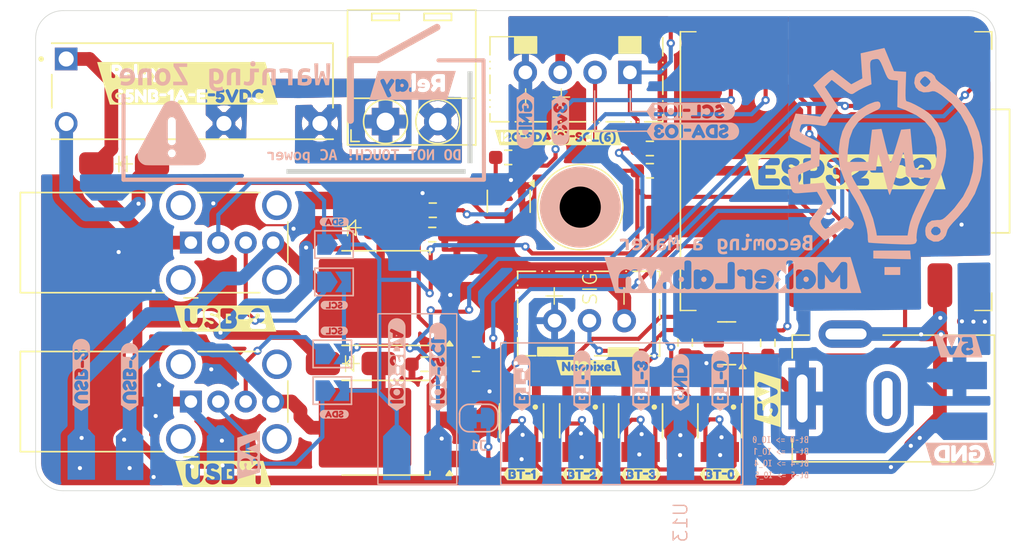
<source format=kicad_pcb>
(kicad_pcb (version 20240108) (generator "pcbnew") (generator_version "8.0")
  (layers (0 "F.Cu" signal) (31 "B.Cu" signal) (34 "B.Paste" user) (35 "F.Paste" user) (36 "B.SilkS" user "B.Silkscreen") (37 "F.SilkS" user "F.Silkscreen") (38 "B.Mask" user) (39 "F.Mask" user) (44 "Edge.Cuts" user))
  (net 0 "")
  (net 3 "GND")
  (net 4 "GPIO_10_Neopixel")
  (net 5 "GPIO_4")
  (net 6 "GPIO_21")
  (net 7 "GPIO_1")
  (net 8 "GPIO_0")
  (net 9 "GPIO_2")
  (net 10 "GPIO_20")
  (net 11 "Net-(J1-D-)")
  (net 12 "Net-(J1-D+)")
  (net 13 "Net-(D1-A)")
  (net 14 "Net-(D2-A)")
  (net 15 "Net-(D3-A)")
  (net 16 "Net-(J2-D+)")
  (net 17 "Net-(J2-D-)")
  (net 18 "GPIO_7")
  (net 19 "Net-(Q1-G)")
  (net 20 "Net-(Q2-G)")
  (net 21 "Net-(Q4-B)")
  (net 22 "3v3_Esp")
  (net 23 "Net-(J4-5V)")
  (net 24 "5v_power")
  (net 25 "Net-(SEAN_Mtiny_Terminal_3.81-Pin_2)")
  (net 26 "Net-(SEAN_Mtiny_Terminal_3.81-Pin_1)")
  (net 27 "GPIO_6-SCL")
  (net 29 "GPIO_3_SDA")
  (net 30 "GPIO_5")
  (net 39 "GND_Button")
  (footprint "Library:R_0603_1608Metric_Pad0.98x0.95mm_HandSolder" (layer "F.Cu") (at 166.375 104.225 90)
    (property "Reference" "R6" (hide yes))
    (property "Value" "10K")
  )
  (footprint "Library:R_0603_1608Metric_Pad0.98x0.95mm_HandSolder" (layer "F.Cu") (at 141.3455 105.775 180)
    (property "Reference" "R2" (hide yes))
    (property "Value" "10K" (hide yes))
  )
  (footprint "Library:R_0603_1608Metric_Pad0.98x0.95mm_HandSolder" (layer "F.Cu") (at 141.9125 96.325)
    (property "Reference" "R1" (hide yes))
    (property "Value" "10K" (hide yes))
  )
  (footprint "Library:SEAN_RELAY_HF46F" (layer "F.Cu") (at 124.425 85.875)
    (property "Reference" "K1" (hide yes))
    (property "Value" "SEAN_Relay_G5NB" (hide yes))
  )
  (footprint "Library:kibuzzard-66917505" (layer "F.Cu") (at 151.1 89.25)
    (property "Reference" "kibuzzard-66917505" (hide yes))
    (property "Value" "G***" (hide yes))
  )
  (footprint "Library:SEAN_Mtiny_Terminal_3.81" (layer "F.Cu") (at 138.5044 88.0889)
    (property "Reference" "SEAN_Mtiny_Terminal_3.81" (hide yes))
    (property "Value" "SEAN_Mtiny_Terminal_3.81")
  )
  (footprint "Library:SEAN_Diode_1N4007" (layer "F.Cu") (at 135.975 105.725)
    (property "Reference" "D2" (hide yes))
    (property "Value" "SEAN_D")
  )
  (footprint "Library:kibuzzard-66916E00" (layer "F.Cu") (at 126.675501 113.775)
    (property "Reference" "kibuzzard-66916E00" (hide yes))
    (property "Value" "G***" (hide yes))
  )
  (footprint "Library:kibuzzard-66915CF0" (layer "F.Cu") (at 172.01 91.75)
    (property "Reference" "kibuzzard-66915CF0" (hide yes))
    (property "Value" "G***" (hide yes))
  )
  (footprint "Library:SEAN_Diode_1N4007" (layer "F.Cu") (at 136.118 95.825)
    (property "Reference" "D1" (hide yes))
    (property "Value" "SEAN_D")
  )
  (footprint "Library:SEAN_Neopixel" (layer "F.Cu") (at 148.2917 102.604 90)
    (property "Reference" "J4" (hide yes))
    (property "Value" "SEAN_Neopixel")
  )
  (footprint "Library:kibuzzard-669170F7" (layer "F.Cu") (at 157.125 113.809514)
    (property "Reference" "kibuzzard-669170F7" (hide yes))
    (property "Value" "G***" (hide yes))
  )
  (footprint "Library:SEAN_MountingHole_3mm_isolated" (layer "F.Cu") (at 152.7 94.325)
    (property "Reference" "Hold_keep1" (hide yes))
    (property "Value" "MountingHole")
  )
  (footprint "Library:SEAN_Button_4.2x3.3_SMD_V1" (layer "F.Cu") (at 148.425 109.9 -90)
    (property "Reference" "S1" (hide yes))
    (property "Value" "SEAN_Button_4.2x3.3_SMD_V1" (hide yes))
  )
  (footprint "Library:SEAN_USB_A_90" (layer "F.Cu") (at 124.315 96.9125)
    (property "Reference" "J1" (hide yes))
    (property "Value" "SEAN_USB_A_90" (hide yes))
  )
  (footprint "Library:SEAN_Mtiny_I2C" (layer "F.Cu") (at 156.32 84.5015 -90)
    (property "Reference" "J5" (hide yes))
    (property "Value" "SEAN_MTINY_I2C")
  )
  (footprint "Library:kibuzzard-669170D7" (layer "F.Cu") (at 148.45 113.8)
    (property "Reference" "kibuzzard-669170D7" (hide yes))
    (property "Value" "G***" (hide yes))
  )
  (footprint "Library:SOT-23-3" (layer "F.Cu") (at 147.4875 93.9 -90)
    (property "Reference" "Q4" (hide yes))
    (property "Value" "S8050")
  )
  (footprint "Library:kibuzzard-66917101" (layer "F.Cu") (at 162.875 113.810015)
    (property "Reference" "kibuzzard-66917101" (hide yes))
    (property "Value" "G***" (hide yes))
  )
  (footprint "Library:R_0603_1608Metric_Pad0.98x0.95mm_HandSolder" (layer "F.Cu") (at 160.35 104.2 -90)
    (property "Reference" "R9" (hide yes))
    (property "Value" "10K")
  )
  (footprint "Library:R_0603_1608Metric_Pad0.98x0.95mm_HandSolder" (layer "F.Cu") (at 157.775 90.05)
    (property "Reference" "R11" (hide yes))
    (property "Value" "10K")
  )
  (footprint "Library:SEAN_USB_A_90" (layer "F.Cu") (at 124.315 108.5)
    (property "Reference" "J2" (hide yes))
    (property "Value" "SEAN_USB_A_90" (hide yes))
  )
  (footprint "Library:kibuzzard-6691741D" (layer "F.Cu") (at 166.35 108.325 90)
    (property "Reference" "kibuzzard-6691741D" (hide yes))
    (property "Value" "G***" (hide yes))
  )
  (footprint "Library:SEAN_MOSFET_AOD4184" (layer "F.Cu") (at 138.438 110.4075)
    (property "Reference" "Q2" (hide yes))
    (property "Value" "SEAN_MOSFET_AOD4184" (hide yes))
  )
  (footprint "Library:SEAN_Diode_1N4007" (layer "F.Cu") (at 119.45 91.175)
    (property "Reference" "D3" (hide yes))
    (property "Value" "SEAN_D")
  )
  (footprint "Library:SEAN_Button_4.2x3.3_SMD_V1" (layer "F.Cu") (at 157.1 109.9 -90)
    (property "Reference" "S3" (hide yes))
    (property "Value" "SEAN_Button_4.2x3.3_SMD_V1" (hide yes))
  )
  (footprint "Library:SEAN_ESP32-C3_SUPERMINI" (layer "F.Cu") (at 172.57 91.7 -90)
    (property "Reference" "U1" (hide yes))
    (property "Value" "SEAN_ESP32-C3_SUPERMINI" (hide yes))
  )
  (footprint "Library:kibuzzard-66916DF7" (layer "F.Cu") (at 126.825 102.45)
    (property "Reference" "kibuzzard-66916DF7" (hide yes))
    (property "Value" "G***" (hide yes))
  )
  (footprint "Library:kibuzzard-66916E83" (layer "F.Cu") (at 153.321582 106.028291)
    (property "Reference" "kibuzzard-66916E83" (hide yes))
    (property "Value" "G***" (hide yes))
  )
  (footprint "Library:R_0603_1608Metric_Pad0.98x0.95mm_HandSolder" (layer "F.Cu") (at 141.95 94.55)
    (property "Reference" "R4" (hide yes))
    (property "Value" "100")
  )
  (footprint "Library:kibuzzard-669170EF" (layer "F.Cu") (at 152.825 113.804507)
    (property "Reference" "kibuzzard-669170EF" (hide yes))
    (property "Value" "G***" (hide yes))
  )
  (footprint "Library:SEAN_Button_4.2x3.3_SMD_V1" (layer "F.Cu") (at 162.875 109.9 -90)
    (property "Reference" "S4" (hide yes))
    (property "Value" "SEAN_Button_4.2x3.3_SMD_V1" (hide yes))
  )
  (footprint "Library:SEAN_MOSFET_AOD4184" (layer "F.Cu") (at 138.438 100.9575)
    (property "Reference" "Q1" (hide yes))
    (property "Value" "SEAN_MOSFET_AOD4184" (hide yes))
  )
  (footprint "Library:kibuzzard-66915CB6" (layer "F.Cu") (at 124.075 85.3)
    (property "Reference" "kibuzzard-66915CB6" (hide yes))
    (property "Value" "G***" (hide yes))
  )
  (footprint "Library:SEAN_MOSFET_bss138" (layer "F.Cu") (at 163.375 104.25 180)
    (property "Reference" "Q5" (hide yes))
    (property "Value" "SEAN_MOSFET_bss138")
  )
  (footprint "Library:R_0603_1608Metric_Pad0.98x0.95mm_HandSolder" (layer "F.Cu") (at 157.775 91.675)
    (property "Reference" "R7" (hide yes))
    (property "Value" "10K")
  )
  (footprint "Library:SEAN_Button_4.2x3.3_SMD_V1" (layer "F.Cu") (at 152.8 109.9 -90)
    (property "Reference" "S2" (hide yes))
    (property "Value" "SEAN_Button_4.2x3.3_SMD_V1" (hide yes))
  )
  (footprint "Library:R_0603_1608Metric_Pad0.98x0.95mm_HandSolder" (layer "F.Cu") (at 145.1055 105.775)
    (property "Reference" "R5" (hide yes))
    (property "Value" "100")
  )
  (footprint "Library:SEAN_Jack_DC_5,5_uno_" (layer "F.Cu") (at 168.875 108.275 180)
    (property "Reference" "J3" (hide yes))
    (property "Value" "SEAN_Jack_DC_5,5_uno")
  )
  (footprint "Library:R_0603_1608Metric_Pad0.98x0.95mm_HandSolder" (layer "F.Cu") (at 147.45 90.7 180)
    (property "Reference" "R3" (hide yes))
    (property "Value" "4.7K" (hide yes))
  )
  (footprint "Library:Alert" (layer "B.Cu") (at 122.925 88.925 180)
    (property "Reference" "G***" (hide yes))
    (property "Value" "LOGO" (hide yes))
  )
  (footprint "Library:kibuzzard-66915B77" (layer "B.Cu") (at 180.25 104.45 180)
    (property "Reference" "kibuzzard-66915B77" (hide yes))
    (property "Value" "G***" (hide yes))
  )
  (footprint "Library:SEAN_Hand_Solderring" (layer "B.Cu") (at 180.35 106.6)
    (property "Reference" "U5" (hide yes))
    (property "Value" "~" (hide yes))
  )
  (footprint "Library:kibuzzard-66940CA3" (layer "B.Cu") (at 162.6 97 180)
    (property "Reference" "kibuzzard-66940CA3" (hide yes))
    (property "Value" "G***" (hide yes))
  )
  (footprint "Library:SolderJumper-2_P1.3mm_Open_TrianglePad1.0x1.5mm" (layer "B.Cu") (at 134.625 107.7)
    (property "Reference" "JP2" (hide yes))
    (property "Value" "SolderJumper_2_Open")
  )
  (footprint "Library:SEAN_Hand_Solderring" (layer "B.Cu") (at 160.0125 112.225 -90)
    (property "Reference" "U13")
    (property "Value" "~")
  )
  (footprint "Library:kibuzzard-66935D98" (layer "B.Cu") (at 134.767597 95.4 180)
    (property "Reference" "kibuzzard-66935D98" (hide yes))
    (property "Value" "G***" (hide yes))
  )
  (footprint "Library:SEAN_Hand_Solderring" (layer "B.Cu") (at 157.125 112.225 -90)
    (property "Reference" "U4" (hide yes))
    (property "Value" "~" (hide yes))
  )
  (footprint "Library:SEAN_Hand_Solderring" (layer "B.Cu") (at 142.325 112.225 -90)
    (property "Reference" "U12" (hide yes))
    (property "Value" "~")
  )
  (footprint "Library:SEAN_Hand_Solderring" (layer "B.Cu") (at 139.325 112.225 -90)
    (property "Reference" "U11" (hide yes))
    (property "Value" "~")
  )
  (footprint "Library:kibuzzard-66916D4E" (layer "B.Cu") (at 163.825 99.275 180)
    (property "Reference" "kibuzzard-66916D4E" (hide yes))
    (property "Value" "G***" (hide yes))
  )
  (footprint "Library:kibuzzard-669409A1" (layer "B.Cu") (at 145.3 111.7 180)
    (property "Reference" "kibuzzard-669409A1" (hide yes))
    (property "Value" "G***" (hide yes))
  )
  (footprint "Library:SolderJumper-2_P1.3mm_Open_TrianglePad1.0x1.5mm" (layer "B.Cu") (at 134.75 99.775)
    (property "Reference" "JP4" (hide yes))
    (property "Value" "SolderJumper_2_Open")
  )
  (footprint "Library:kibuzzard-66935E99" (layer "B.Cu") (at 126.8 84.775 180)
    (property "Reference" "kibuzzard-66935E99" (hide yes))
    (property "Value" "G***" (hide yes))
  )
  (footprint "kibuzzard-66955D8F" (layer "B.Cu") (at 151.25 88 -90)
    (property "Reference" "kibuzzard-66955D8F" (hide yes))
    (property "Value" "G***" (hide yes))
  )
  (footprint "Library:kibuzzard-66920A01" (layer "B.Cu") (at 160.0125 107.106497 90)
    (property "Reference" "kibuzzard-66920A01" (hide yes))
    (property "Value" "G***" (hide yes))
  )
  (footprint "Library:SEAN_Hand_Solderring" (layer "B.Cu") (at 162.9 112.225 -90)
    (property "Reference" "U2" (hide yes))
    (property "Value" "~")
  )
  (footprint "Library:SEAN_Hand_Solderring" (layer "B.Cu") (at 148.45 112.225 -90)
    (property "Reference" "U6" (hide yes))
    (property "Value" "~" (hide yes))
  )
  (footprint "Library:SolderJumper-2_P1.3mm_Open_TrianglePad1.0x1.5mm" (layer "B.Cu") (at 134.75 97.05)
    (property "Reference" "JP3" (hide yes))
    (property "Value" "SolderJumper_2_Open")
  )
  (footprint "Library:ONLY_LOGO_MAKERLAB" (layer "B.Cu") (at 174.975 91.025 180)
    (property "Reference" "G***" (hide yes))
    (property "Value" "LOGO" (hide yes))
  )
  (footprint "Library:kibuzzard-66938FC6" (layer "B.Cu") (at 136.925 90.6 180)
    (property "Reference" "kibuzzard-66938FC6" (hide yes))
    (property "Value" "G***" (hide yes))
  )
  (footprint "Library:SolderJumper-2_P1.3mm_Open_TrianglePad1.0x1.5mm" (layer "B.Cu") (at 134.625 105.025)
    (property "Reference" "JP1" (hide yes))
    (property "Value" "SolderJumper_2_Open")
  )
  (footprint "Library:kibuzzard-66935DA9" (layer "B.Cu") (at 134.767597 101.475 180)
    (property "Reference" "kibuzzard-66935DA9" (hide yes))
    (property "Value" "G***" (hide yes))
  )
  (footprint "Library:SEAN_Hand_Solderring" (layer "B.Cu") (at 119.85 112.225 -90)
    (property "Reference" "U9" (hide yes))
    (property "Value" "~" (hide yes))
  )
  (footprint "Library:SolderJumper-2_P1.3mm_Bridged_RoundedPad1.0x1.5mm" (layer "B.Cu") (at 145.3 109.7 180)
    (property "Reference" "JP5" (hide yes))
    (property "Value" "SolderJumper_2_Bridged")
  )
  (footprint "Library:kibuzzard-66915B67" (layer "B.Cu") (at 180.35 112.325 180)
    (property "Reference" "kibuzzard-66915B67" (hide yes))
    (property "Value" "G***" (hide yes))
  )
  (footprint "Library:kibuzzard-66940ABD" (layer "B.Cu") (at 148.45 107.130699 90)
    (property "Reference" "kibuzzard-66940ABD" (hide yes))
    (property "Value" "G***" (hide yes))
  )
  (footprint "Library:kibuzzard-66915BCA" (layer "B.Cu") (at 119.85 106.70521 90)
    (property "Reference" "kibuzzard-66915BCA" (hide yes))
    (property "Value" "G***" (hide yes))
  )
  (footprint "Library:kibuzzard-669206A7" (layer "B.Cu") (at 142.325 105.966416 90)
    (property "Reference" "kibuzzard-669206A7" (hide yes))
    (property "Value" "G***" (hide yes))
  )
  (footprint "kibuzzard-66955DC3" (layer "B.Cu") (at 160.75 87.35 180)
    (property "Reference" "kibuzzard-66955DC3" (hide yes))
    (property "Value" "G***" (hide yes))
  )
  (footprint "Library:SEAN_Hand_Solderring" (layer "B.Cu") (at 152.825 112.225 -90)
    (property "Reference" "U7" (hide yes))
    (property "Value" "~" (hide yes))
  )
  (footprint "kibuzzard-66955DD0" (layer "B.Cu") (at 160.902599 88.8 180)
    (property "Reference" "kibuzzard-66955DD0" (hide yes))
    (property "Value" "G***" (hide yes))
  )
  (footprint "Library:kibuzzard-66917287" (layer "B.Cu") (at 128.525 112.4 90)
    (property "Reference" "kibuzzard-66917287" (hide yes))
    (property "Value" "G***" (hide yes))
  )
  (footprint "Library:kibuzzard-66935D98" (layer "B.Cu") (at 134.767597 109.425 180)
    (property "Reference" "kibuzzard-66935D98" (hide yes))
    (property "Value" "G***" (hide yes))
  )
  (footprint "Library:SEAN_Hand_Solderring" (layer "B.Cu") (at 180.375 110.3)
    (property "Reference" "U8" (hide yes))
    (property "Value" "~" (hide yes))
  )
  (footprint "Library:SEAN_Hand_Solderring" (layer "B.Cu") (at 126.475 112.225 -90)
    (property "Reference" "U3" (hide yes))
    (property "Value" "~")
  )
  (footprint "Library:kibuzzard-66920690" (layer "B.Cu") (at 139.325 105.801657 90)
    (property "Reference" "kibuzzard-66920690" (hide yes))
    (property "Value" "G***" (hide yes))
  )
  (footprint "kibuzzard-66955D41" (layer "B.Cu") (at 148.7 88 -90)
    (property "Reference" "kibuzzard-66955D41" (hide yes))
    (property "Value" "G***" (hide yes))
  )
  (footprint "Library:kibuzzard-66915A71" (layer "B.Cu") (at 162.9 106.975 90)
    (property "Reference" "kibuzzard-66915A71" (hide yes))
    (property "Value" "G***" (hide yes))
  )
  (footprint "Library:kibuzzard-66940BD0" (layer "B.Cu") (at 167.3 112.6 180)
    (property "Reference" "kibuzzard-66940BD0" (hide yes))
    (property "Value" "G***" (hide yes))
  )
  (footprint "Library:SEAN_Hand_Solderring" (layer "B.Cu") (at 116.325 112.2 -90)
    (property "Reference" "U10" (hide yes))
    (property "Value" "~" (hide yes))
  )
  (footprint "Library:kibuzzard-66916FF3" (layer "B.Cu") (at 140.475 85.45 180)
    (property "Reference" "kibuzzard-66916FF3" (hide yes))
    (property "Value" "G***" (hide yes))
  )
  (footprint "Library:kibuzzard-66915BD3" (layer "B.Cu") (at 116.325 106.555711 90)
    (property "Reference" "kibuzzard-66915BD3" (hide yes))
    (property "Value" "G***" (hide yes))
  )
  (footprint "Library:kibuzzard-66915A63" (layer "B.Cu") (at 152.825 106.975835 90)
    (property "Reference" "kibuzzard-66915A63" (hide yes))
    (property "Value" "G***" (hide yes))
  )
  (footprint "Library:kibuzzard-66915A6A" (layer "B.Cu") (at 157.125 106.975596 90)
    (property "Reference" "kibuzzard-66915A6A" (hide yes))
    (property "Value" "G***" (hide yes))
  )
  (footprint "Library:kibuzzard-66935DA9" (layer "B.Cu") (at 134.767597 103.35 180)
    (property "Reference" "kibuzzard-66935DA9" (hide yes))
    (property "Value" "G***" (hide yes))
  )
  (gr_line (start 119.409375 86.175) (end 119.4 92.325) (stroke (width 0.3)) (layer "B.SilkS"))
  (gr_line (start 156.35 87.35) (end 156.35 85.85) (stroke (width 0.1)) (layer "B.SilkS"))
  (gr_line (start 137.9625 83.575) (end 142.25625 81.2125) (stroke (width 0.5)) (layer "B.SilkS"))
  (gr_line (start 157.535531 88.785547) (end 153.764469 88.814453) (stroke (width 0.1)) (layer "B.SilkS"))
  (gr_rect (start 146.9 104.225) (end 164.55 114.55) (stroke (width 0.1)) (fill none) (layer "B.SilkS"))
  (gr_line (start 135.95 83.575) (end 137.9625 83.575) (stroke (width 0.5)) (layer "B.SilkS"))
  (gr_line (start 142.36875 83.625) (end 145.65 83.625) (stroke (width 0.3)) (layer "B.SilkS"))
  (gr_line (start 119.4 92.325) (end 145.625 92.325) (stroke (width 0.3)) (layer "B.SilkS"))
  (gr_line (start 157.521062 87.35) (end 156.35 87.35) (stroke (width 0.1)) (layer "B.SilkS"))
  (gr_line (start 153.764469 88.814453) (end 153.75 85.85) (stroke (width 0.1)) (layer "B.SilkS"))
  (gr_line (start 145.65 83.625) (end 145.68125 92.325) (stroke (width 0.3)) (layer "B.SilkS"))
  (gr_rect (start 137.95 102.1) (end 143.7 114.525) (stroke (width 0.1)) (fill none) (layer "B.SilkS"))
  (gr_line (start 135.95 83.575) (end 135.95 88) (stroke (width 0.5)) (layer "B.SilkS"))
  (gr_arc (start 183 113) (mid 182.414214 114.414214) (end 181 115) (stroke (width 0.05)) (layer "Edge.Cuts"))
  (gr_poly (pts (xy 144.475 84.420468) (xy 144.85 84.420468) (xy 144.85 91.125) (xy 144.475 91.125)) (fill solid) (layer "Edge.Cuts"))
  (gr_arc (start 113 82) (mid 113.585786 80.585786) (end 115 80) (stroke (width 0.05)) (layer "Edge.Cuts"))
  (gr_arc (start 181 80) (mid 182.414214 80.585786) (end 183 82) (stroke (width 0.05)) (layer "Edge.Cuts"))
  (gr_poly (pts (xy 131.279056 91.54973) (xy 144.35 91.54973) (xy 144.35 91.9) (xy 131.279056 91.9)) (fill solid) (layer "Edge.Cuts"))
  (gr_line (start 181 115) (end 115 115) (stroke (width 0.05)) (layer "Edge.Cuts"))
  (gr_arc (start 115 115) (mid 113.585786 114.414214) (end 113 113) (stroke (width 0.05)) (layer "Edge.Cuts"))
  (gr_line (start 183 82) (end 183 113) (stroke (width 0.05)) (layer "Edge.Cuts"))
  (gr_line (start 113 113) (end 113 82) (stroke (width 0.05)) (layer "Edge.Cuts"))
  (gr_line (start 115 80) (end 181 80) (stroke (width 0.05)) (layer "Edge.Cuts"))
  (segment (start 142.825 96.325) (end 145.975 96.325) (width 1) (layer "F.Cu") (net 3))
  (segment (start 172.075 103.575) (end 172 103.65) (width 1) (layer "F.Cu") (net 3))
  (segment (start 178.92 99.32) (end 178.92 103.52) (width 1) (layer "F.Cu") (net 3))
  (segment (start 179 103.6) (end 177.55 103.6) (width 1) (layer "F.Cu") (net 3))
  (segment (start 141.633 104.575) (end 140.433 105.775) (width 0.3) (layer "F.Cu") (net 3))
  (segment (start 146.825 97.175) (end 146.825 97.85) (width 1) (layer "F.Cu") (net 3))
  (segment (start 144.589945 100.724995) (end 145.608332 101.743382) (width 0.3) (layer "F.Cu") (net 3))
  (segment (start 128.65 94.75) (end 129.5425 95.6425) (width 0.15) (layer "F.Cu") (net 3))
  (segment (start 178.92 103.52) (end 179 103.6) (width 1) (layer "F.Cu") (net 3))
  (segment (start 145.9975 98.6775) (end 143.708 98.6775) (width 1) (layer "F.Cu") (net 3))
  (segment (start 146.825 97.85) (end 148.65 99.675) (width 1) (layer "F.Cu") (net 3))
  (segment (start 154.65 99.675) (end 155.9117 100.9367) (width 1) (layer "F.Cu") (net 3))
  (segment (start 178.92 99.32) (end 178.92 102.205) (width 1) (layer "F.Cu") (net 3))
  (segment (start 143.708 108.1275) (end 145.720777 108.1275) (width 1) (layer "F.Cu") (net 3))
  (segment (start 125.95 94.05) (end 126.65 94.75) (width 0.15) (layer "F.Cu") (net 3))
  (segment (start 148.65 99.675) (end 154.65 99.675) (width 1) (layer "F.Cu") (net 3))
  (segment (start 145.975 96.325) (end 146.825 97.175) (width 1) (layer "F.Cu") (net 3))
  (segment (start 131.5425 95.6425) (end 131.8 95.9) (width 0.15) (layer "F.Cu") (net 3))
  (segment (start 143.225 99.1605) (end 143.708 98.6775) (width 1) (layer "F.Cu") (net 3))
  (segment (start 145.125 104.575) (end 141.633 104.575) (width 0.3) (layer "F.Cu") (net 3))
  (segment (start 129.5425 95.6425) (end 131.5425 95.6425) (width 0.15) (layer "F.Cu") (net 3))
  (segment (start 178.92 109.605) (end 176.8 111.725) (width 1) (layer "F.Cu") (net 3))
  (segment (start 179 103.6) (end 178.92 103.68) (width 1) (layer "F.Cu") (net 3))
  (segment (start 145.608332 104.091668) (end 145.125 104.575) (width 0.3) (layer "F.Cu") (net 3))
  (segment (start 143.225 100.724995) (end 144.589945 100.724995) (width 0.3) (layer "F.Cu") (net 3))
  (segment (start 143.225 100.724995) (end 143.225 99.1605) (width 1) (layer "F.Cu") (net 3))
  (segment (start 145.608332 101.743382) (end 145.608332 104.091668) (width 0.3) (layer "F.Cu") (net 3))
  (segment (start 126.65 94.75) (end 128.65 94.75) (width 0.15) (layer "F.Cu") (net 3))
  (segment (start 148.024994 92.349994) (end 147.65 92.349994) (width 0.3) (layer "F.Cu") (net 3))
  (segment (start 155.9117 100.9367) (end 155.9117 102.604) (width 1) (layer "F.Cu") (net 3))
  (segment (start 145.720777 108.1275) (end 146.089676 107.758601) (width 1) (layer "F.Cu") (net 3))
  (segment (start 146.825 97.85) (end 145.9975 98.6775) (width 1) (layer "F.Cu") (net 3))
  (segment (start 178.92 103.68) (end 178.92 109.605) (width 1) (layer "F.Cu") (net 3))
  (segment (start 148.4375 92.7625) (end 148.024994 92.349994) (width 0.3) (layer "F.Cu") (net 3))
  (via (at 159.750002 108.575) (size 0.6) (drill 0.3) (layers "F.Cu" "B.Cu") (net 3))
  (via (at 180.5 95.6) (size 0.6) (drill 0.3) (layers "F.Cu" "B.Cu") (net 3))
  (via (at 122 107.3) (size 0.6) (drill 0.3) (layers "F.Cu" "B.Cu") (net 3))
  (via (at 160 110.95) (size 0.6) (drill 0.3) (layers "F.Cu" "B.Cu") (net 3))
  (via (at 125.8 106.15) (size 0.6) (drill 0.3) (layers "F.Cu" "B.Cu") (net 3))
  (via (at 125.95 94.05) (size 0.6) (drill 0.3) (layers "F.Cu" "B.Cu") (net 3))
  (via (at 178.95 102.4) (size 0.6) (drill 0.3) (layers "F.Cu" "B.Cu") (net 3))
  (via (at 121.6 100.45) (size 0.6) (drill 0.3) (layers "F.Cu" "B.Cu") (net 3))
  (via (at 179 103.6) (size 0.6) (drill 0.3) (layers "F.Cu" "B.Cu") (net 3))
  (via (at 131.8 95.9) (size 0.6) (drill 0.3) (layers "F.Cu" "B.Cu") (net 3))
  (via (at 175.350012 113.275) (size 0.6) (drill 0.3) (layers "F.Cu" "B.Cu") (net 3))
  (via (at 121.75 109.55) (size 0.6) (drill 0.3) (layers "F.Cu" "B.Cu") (net 3))
  (via (at 177.45 111.15) (size 0.6) (drill 0.3) (layers "F.Cu" "B.Cu") (net 3))
  (via (at 119.05 97.6) (size 0.6) (drill 0.3) (layers "F.Cu" "B.Cu") (net 3))
  (via (at 176.8 111.725) (size 0.6) (drill 0.3) (layers "F.Cu" "B.Cu") (net 3))
  (via (at 121.6 114) (size 0.6) (drill 0.3) (layers "F.Cu" "B.Cu") (net 3))
  (via (at 143.225 100.724995) (size 0.6) (drill 0.3) (layers "F.Cu" "B.Cu") (net 3))
  (via (at 141.204757 93.303829) (size 0.6) (drill 0.3) (layers "F.Cu" "B.Cu") (net 3))
  (via (at 177.55 103.6) (size 0.6) (drill 0.3) (layers "F.Cu" "B.Cu") (net 3))
  (via (at 143.225 100.724995) (size 0.6) (drill 0.3) (layers "F.Cu" "B.Cu") (net 3))
  (via (at 146.089676 107.758601) (size 0.6) (drill 0.3) (layers "F.Cu" "B.Cu") (net 3))
  (via (at 159.975 112.4) (size 0.6) (drill 0.3) (layers "F.Cu" "B.Cu") (net 3))
  (via (at 147.65 92.349994) (size 0.6) (drill 0.3) (layers "F.Cu" "B.Cu") (net 3))
  (via (at 124.4 113.25) (size 0.6) (drill 0.3) (layers "F.Cu" "B.Cu") (net 3))
  (segment (start 140.25 94.258586) (end 140.25 97.569365) (width 1) (layer "B.Cu") (net 3))
  (segment (start 143.225 103.525) (end 146.327 106.627) (width 1) (layer "B.Cu") (net 3))
  (segment (start 165.55 108.775) (end 165.35 108.575) (width 1) (layer "B.Cu") (net 3))
  (segment (start 177.775 103.575) (end 178.95 102.4) (width 1) (layer "B.Cu") (net 3))
  (segment (start 160 112.375) (end 159.975 112.4) (width 1) (layer "B.Cu") (net 3))
  (segment (start 155.225 108.575) (end 159.374999 108.575001) (width 1) (layer "B.Cu") (net 3))
  (segment (start 159.374999 108.575001) (end 159.675003 108.575001) (width 0.3) (layer "B.Cu") (net 3))
  (segment (start 150.174998 108.55) (end 150.224999 108.600001) (width 1) (layer "B.Cu") (net 3))
  (segment (start 178.325012 110.3) (end 177.475012 111.15) (width 1) (layer "B.Cu") (net 3))
  (segment (start 148.25 108.55) (end 150.174998 108.55) (width 1) (layer "B.Cu") (net 3))
  (segment (start 124.75 92.4) (end 122.3 92.4) (width 0.15) (layer "B.Cu") (net 3))
  (segment (start 141.204757 93.303829) (end 141.350928 93.45) (width 1) (layer "B.Cu") (net 3))
  (segment (start 141.204757 93.303829) (end 140.25 94.258586) (width 1) (layer "B.Cu") (net 3))
  (segment (start 141.350928 93.45) (end 146.55 93.45) (width 1) (layer "B.Cu") (net 3))
  (segment (start 125.95 93.6) (end 124.75 92.4) (width 0.15) (layer "B.Cu") (net 3))
  (segment (start 180.375 110.3) (end 178.325012 110.3) (width 1) (layer "B.Cu") (net 3))
  (segment (start 143.225 100.724995) (end 143.225 103.525) (width 1) (layer "B.Cu") (net 3))
  (segment (start 150.224999 108.600001) (end 150.749999 108.600001) (width 0.3) (layer "B.Cu") (net 3))
  (segment (start 155.225 108.575) (end 155.2 108.55) (width 1) (layer "B.Cu") (net 3))
  (segment (start 146.55 93.45) (end 148.7 91.3) (width 1) (layer "B.Cu") (net 3))
  (segment (start 125.95 94.05) (end 125.95 93.6) (width 0.15) (layer "B.Cu") (net 3))
  (segment (start 177.45 111.15) (end 177.45 111.175012) (width 1) (layer "B.Cu") (net 3))
  (segment (start 160 108.575001) (end 159.374999 108.575001) (width 1) (layer "B.Cu") (net 3))
  (segment (start 150.749999 108.600001) (end 150.75 108.6) (width 0.3) (layer "B.Cu") (net 3))
  (segment (start 166.975 113.275) (end 175.350012 113.275) (width 1) (layer "B.Cu") (net 3))
  (segment (start 121.625 93.075) (end 121.625 95.025) (width 0.15) (layer "B.Cu") (net 3))
  (segment (start 177.475012 111.15) (end 177.45 111.15) (width 1) (layer "B.Cu") (net 3))
  (segment (start 160.0125 112.225) (end 160.0125 112.3625) (width 1) (layer "B.Cu") (net 3))
  (segment (start 165.55 111.85) (end 165.55 108.775) (width 1) (layer "B.Cu") (net 3))
  (segment (start 165.35 108.575) (end 160 108.575001) (width 1) (layer "B.Cu") (net 3))
  (segment (start 146.327 107.521277) (end 146.089676 107.758601) (width 1) (layer "B.Cu") (net 3))
  (segment (start 140.25 97.569365) (end 143.225 100.544365) (width 1) (layer "B.Cu") (net 3))
  (segment (start 160.0125 108.587501) (end 160 108.575001) (width 1) (layer "B.Cu") (net 3))
  (segment (start 121.625 95.025) (end 119.05 97.6) (width 0.15) (layer "B.Cu") (net 3))
  (segment (start 146.327 106.627) (end 148.25 108.55) (width 1) (layer "B.Cu") (net 3))
  (segment (start 177.45 111.175012) (end 175.350012 113.275) (width 1) (layer "B.Cu") (net 3))
  (segment (start 165.55 111.85) (end 166.975 113.275) (width 1) (layer "B.Cu") (net 3))
  (segment (start 148.7 91.3) (end 148.7 84.5015) (width 1) (layer "B.Cu") (net 3))
  (segment (start 160.0125 112.3625) (end 159.975 112.4) (width 1) (layer "B.Cu") (net 3))
  (segment (start 160 110.95) (end 160.0125 108.587501) (width 1) (layer "B.Cu") (net 3))
  (segment (start 143.225 100.544365) (end 143.225 100.724995) (width 1) (layer "B.Cu") (net 3))
  (segment (start 122.3 92.4) (end 121.625 93.075) (width 0.15) (layer "B.Cu") (net 3))
  (segment (start 155.2 108.55) (end 150.275 108.55) (width 1) (layer "B.Cu") (net 3))
  (segment (start 150.275 108.55) (end 150.224999 108.600001) (width 1) (layer "B.Cu") (net 3))
  (segment (start 172.075 103.575) (end 177.775 103.575) (width 1) (layer "B.Cu") (net 3))
  (segment (start 159.675003 108.575001) (end 159.750002 108.65) (width 0.3) (layer "B.Cu") (net 3))
  (segment (start 160 110.95) (end 160 112.375) (width 1) (layer "B.Cu") (net 3))
  (segment (start 155.225 108.575) (end 154.95 108.575) (width 0.3) (layer "B.Cu") (net 3))
  (segment (start 146.327 106.627) (end 146.327 107.521277) (width 1) (layer "B.Cu") (net 3))
  (segment (start 169.4 89) (end 169.4 87) (width 0.3) (layer "F.Cu") (net 4))
  (segment (start 164.3125 103.3) (end 166.3625 103.3) (width 0.3) (layer "F.Cu") (net 4))
  (segment (start 168.76 86.36) (end 168.76 84.08) (width 0.3) (layer "F.Cu") (net 4))
  (segment (start 169.4 87) (end 168.76 86.36) (width 0.3) (layer "F.Cu") (net 4))
  (segment (start 166.3625 103.3) (end 166.375 103.3125) (width 0.3) (layer "F.Cu") (net 4))
  (segment (start 166.375 103.3125) (end 167.4875 103.3125) (width 0.3) (layer "F.Cu") (net 4))
  (segment (start 167.4875 103.3125) (end 167.8 103) (width 0.3) (layer "F.Cu") (net 4))
  (via (at 167.8 103) (size 0.6) (drill 0.3) (layers "F.Cu" "B.Cu") (net 4))
  (via (at 169.4 89) (size 0.6) (drill 0.3) (layers "F.Cu" "B.Cu") (net 4))
  (segment (start 167.8 103) (end 167.8 99.4) (width 0.3) (layer "B.Cu") (net 4))
  (segment (start 167.8 99.4) (end 171.8 95.4) (width 0.3) (layer "B.Cu") (net 4))
  (segment (start 171.8 95.4) (end 171.8 91.4) (width 0.3) (layer "B.Cu") (net 4))
  (segment (start 171.8 91.4) (end 169.4 89) (width 0.3) (layer "B.Cu") (net 4))
  (segment (start 173.84 97.44) (end 171 94.6) (width 0.3) (layer "F.Cu") (net 5))
  (segment (start 161.825 110.1) (end 162.125002 109.799998) (width 0.3) (layer "F.Cu") (net 5))
  (segment (start 161.825 109.75) (end 161.825 110.1) (width 0.3) (layer "F.Cu") (net 5))
  (segment (start 171 94.6) (end 170.8 94.6) (width 0.3) (layer "F.Cu") (net 5))
  (segment (start 161.825 112.15) (end 161.8 112.175) (width 0.3) (layer "F.Cu") (net 5))
  (segment (start 161.8 107.625) (end 161.825 107.65) (width 0.3) (layer "F.Cu") (net 5))
  (segment (start 159.333103 104.523051) (end 159.333103 106.833103) (width 0.3) (layer "F.Cu") (net 5))
  (segment (start 162.125002 109.799998) (end 162.85 109.799998) (width 0.3) (layer "F.Cu") (net 5))
  (segment (start 159.333103 106.833103) (end 161.825 109.325) (width 0.3) (layer "F.Cu") (net 5))
  (segment (start 161.825 107.65) (end 161.825 109.75) (width 0.3) (layer "F.Cu") (net 5))
  (segment (start 161.825 110.1) (end 161.825 112.15) (width 0.3) (layer "F.Cu") (net 5))
  (segment (start 161.825 109.325) (end 161.825 109.75) (width 0.3) (layer "F.Cu") (net 5))
  (segment (start 173.84 99.32) (end 173.84 97.44) (width 0.3) (layer "F.Cu") (net 5))
  (via (at 159.333103 104.523051) (size 0.6) (drill 0.3) (layers "F.Cu" "B.Cu") (net 5))
  (via (at 163 111.1) (size 0.6) (drill 0.3) (layers "F.Cu" "B.Cu") (net 5))
  (via (at 162.9 112.4) (size 0.6) (drill 0.3) (layers "F.Cu" "B.Cu") (net 5))
  (via (at 170.8 94.6) (size 0.6) (drill 0.3) (layers "F.Cu" "B.Cu") (net 5))
  (via (at 162.85 109.799998) (size 0.6) (drill 0.3) (layers "F.Cu" "B.Cu") (net 5))
  (segment (start 159.333103 104.523051) (end 158.825 104.014948) (width 0.3) (layer "B.Cu") (net 5))
  (segment (start 163 111.1) (end 162.9 111) (width 0.3) (layer "B.Cu") (net 5))
  (segment (start 162.9 111) (end 162.9 109.849998) (width 0.3) (layer "B.Cu") (net 5))
  (segment (start 162.9 109.849998) (end 162.85 109.799998) (width 0.3) (layer "B.Cu") (net 5))
  (segment (start 158.825 104.014948) (end 158.825 98.475) (width 0.3) (layer "B.Cu") (net 5))
  (segment (start 162.7 94.6) (end 170.8 94.6) (width 0.3) (layer "B.Cu") (net 5))
  (segment (start 162.9 112.225) (end 162.9 111.2) (width 0.3) (layer "B.Cu") (net 5))
  (segment (start 162.9 111.2) (end 163 111.1) (width 0.3) (layer "B.Cu") (net 5))
  (segment (start 158.825 98.475) (end 162.7 94.6) (width 0.3) (layer "B.Cu") (net 5))
  (segment (start 163.68 86.355) (end 163.7 86.375) (width 0.3) (layer "F.Cu") (net 6))
  (segment (start 148.9625 91.3) (end 150.3 91.3) (width 0.3) (layer "F.Cu") (net 6))
  (segment (start 148.3625 90.7) (end 148.9625 91.3) (width 0.3) (layer "F.Cu") (net 6))
  (segment (start 150.3 91.3) (end 150.9 90.7) (width 0.3) (layer "F.Cu") (net 6))
  (segment (start 163.68 84.08) (end 163.68 86.355) (width 0.3) (layer "F.Cu") (net 6))
  (segment (start 150.9 90.7) (end 150.9 90.1) (width 0.3) (layer "F.Cu") (net 6))
  (via (at 163.690004 86.525) (size 0.6) (drill 0.3) (layers "F.Cu" "B.Cu") (net 6))
  (via (at 150.9 90.1) (size 0.6) (drill 0.3) (layers "F.Cu" "B.Cu") (net 6))
  (segment (start 152.15 86.525) (end 150.9 87.775) (width 0.3) (layer "B.Cu") (net 6))
  (segment (start 150.9 87.775) (end 150.9 90.1) (width 0.3) (layer "B.Cu") (net 6))
  (segment (start 163.690004 86.525) (end 152.15 86.525) (width 0.3) (layer "B.Cu") (net 6))
  (segment (start 166.22 99.32) (end 166.22 101.105) (width 0.3) (layer "F.Cu") (net 7))
  (segment (start 151.75 107.65) (end 151.75 110.1) (width 0.3) (layer "F.Cu") (net 7))
  (segment (start 165 102.325) (end 158.55 102.325) (width 0.3) (layer "F.Cu") (net 7))
  (segment (start 152.575 110.1) (end 152.825 109.85) (width 0.3) (layer "F.Cu") (net 7))
  (segment (start 166.22 101.105) (end 165 102.325) (width 0.3) (layer "F.Cu") (net 7))
  (segment (start 158.55 102.325) (end 156.95 103.925) (width 0.3) (layer "F.Cu") (net 7))
  (segment (start 151.75 110.1) (end 152.575 110.1) (width 0.3) (layer "F.Cu") (net 7))
  (segment (start 151.725 105.81005) (end 151.725 107.625) (width 0.3) (layer "F.Cu") (net 7))
  (segment (start 156.95 103.925) (end 153.61005 103.925) (width 0.3) (layer "F.Cu") (net 7))
  (segment (start 151.75 112.15) (end 151.725 112.175) (width 0.3) (layer "F.Cu") (net 7))
  (segment (start 151.725 107.625) (end 151.75 107.65) (width 0.3) (layer "F.Cu") (net 7))
  (segment (start 153.61005 103.925) (end 151.725 105.81005) (width 0.3) (layer "F.Cu") (net 7))
  (segment (start 151.75 110.1) (end 151.75 112.15) (width 0.3) (layer "F.Cu") (net 7))
  (via (at 152.825 109.85) (size 0.6) (drill 0.3) (layers "F.Cu" "B.Cu") (net 7))
  (via (at 152.75 110.825) (size 0.6) (drill 0.3) (layers "F.Cu" "B.Cu") (net 7))
  (via (at 152.8 112.55) (size 0.6) (drill 0.3) (layers "F.Cu" "B.Cu") (net 7))
  (segment (start 152.825 112.225) (end 152.825 110.9) (width 0.3) (layer "B.Cu") (net 7))
  (segment (start 152.825 110.75) (end 152.825 109.85) (width 0.3) (layer "B.Cu") (net 7))
  (segment (start 152.825 110.9) (end 152.75 110.825) (width 0.3) (layer "B.Cu") (net 7))
  (segment (start 152.75 110.825) (end 152.825 110.75) (width 0.3) (layer "B.Cu") (net 7))
  (segment (start 163.675 99.315) (end 163.675 97.175) (width 0.3) (layer "F.Cu") (net 8))
  (segment (start 147.35 107.625) (end 147.375 107.65) (width 0.3) (layer "F.Cu") (net 8))
  (segment (start 147.375 107.65) (end 147.375 109.925) (width 0.3) (layer "F.Cu") (net 8))
  (segment (start 163.68 99.32) (end 163.675 99.315) (width 0.3) (layer "F.Cu") (net 8))
  (segment (start 148.375 109.925) (end 148.45 109.85) (width 0.3) (layer "F.Cu") (net 8))
  (segment (start 147.375 109.925) (end 147.375 112.15) (width 0.3) (layer "F.Cu") (net 8))
  (segment (start 147.35 106.35) (end 148 105.7) (width 0.3) (layer "F.Cu") (net 8))
  (segment (start 147.35 107.625) (end 147.35 106.35) (width 0.3) (layer "F.Cu") (net 8))
  (segment (start 163.675 97.175) (end 159.575 97.175) (width 0.3) (layer "F.Cu") (net 8))
  (segment (start 159.575 97.175) (end 156.95 99.8) (width 0.3) (layer "F.Cu") (net 8))
  (segment (start 147.375 109.925) (end 148.375 109.925) (width 0.3) (layer "F.Cu") (net 8))
  (segment (start 147.375 112.15) (end 147.35 112.175) (width 0.3) (layer "F.Cu") (net 8))
  (via (at 148.45 109.85) (size 0.6) (drill 0.3) (layers "F.Cu" "B.Cu") (net 8))
  (via (at 156.95 99.8) (size 0.6) (drill 0.3) (layers "F.Cu" "B.Cu") (net 8))
  (via (at 148.5 110.925) (size 0.6) (drill 0.3) (layers "F.Cu" "B.Cu") (net 8))
  (via (at 148.425 112.7) (size 0.6) (drill 0.3) (layers "F.Cu" "B.Cu") (net 8))
  (via (at 148 105.7) (size 0.6) (drill 0.3) (layers "F.Cu" "B.Cu") (net 8))
  (segment (start 148.45 110.875) (end 148.45 109.85) (width 0.3) (layer "B.Cu") (net 8))
  (segment (start 148.45 110.975) (end 148.5 110.925) (width 0.3) (layer "B.Cu") (net 8))
  (segment (start 148.45 112.225) (end 148.45 110.975) (width 0.3) (layer "B.Cu") (net 8))
  (segment (start 149.062594 100.3) (end 148 101.362594) (width 0.3) (layer "B.Cu") (net 8))
  (segment (start 156.95 99.8) (end 156.45 100.3) (width 0.3) (layer "B.Cu") (net 8))
  (segment (start 156.45 100.3) (end 149.062594 100.3) (width 0.3) (layer "B.Cu") (net 8))
  (segment (start 148.5 110.925) (end 148.45 110.875) (width 0.3) (layer "B.Cu") (net 8))
  (segment (start 148 101.362594) (end 148 105.7) (width 0.3) (layer "B.Cu") (net 8))
  (segment (start 166.215009 84.084991) (end 166.215009 86.524995) (width 0.3) (layer "F.Cu") (net 10))
  (segment (start 142.8625 94.55) (end 144.137075 94.55) (width 0.3) (layer "F.Cu") (net 10))
  (segment (start 166.22 84.08) (end 166.215009 84.084991) (width 0.3) (layer "F.Cu") (net 10))
  (segment (start 144.137075 94.55) (end 144.437075 94.85) (width 0.3) (layer "F.Cu") (net 10))
  (via (at 144.437075 94.85) (size 0.6) (drill 0.3) (layers "F.Cu" "B.Cu") (net 10))
  (via (at 166.215009 86.524995) (size 0.6) (drill 0.3) (layers "F.Cu" "B.Cu") (net 10))
  (segment (start 166.215009 86.524995) (end 165.190004 87.55) (width 0.3) (layer "B.Cu") (net 10))
  (segment (start 165.190004 87.55) (end 154.53995 87.55) (width 0.3) (layer "B.Cu") (net 10))
  (segment (start 154.53995 87.55) (end 147.23995 94.85) (width 0.3) (layer "B.Cu") (net 10))
  (segment (start 147.23995 94.85) (end 144.437075 94.85) (width 0.3) (layer "B.Cu") (net 10))
  (segment (start 126.315 94.875194) (end 128.690194 92.5) (width 0.3) (layer "B.Cu") (net 11))
  (segment (start 134.025 93.849281) (end 134.025 97.05) (width 0.3) (layer "B.Cu") (net 11))
  (segment (start 132.675719 92.5) (end 134.025 93.849281) (width 0.3) (layer "B.Cu") (net 11))
  (segment (start 128.690194 92.5) (end 132.675719 92.5) (width 0.3) (layer "B.Cu") (net 11))
  (segment (start 126.315 96.9125) (end 126.315 94.875194) (width 0.3) (layer "B.Cu") (net 11))
  (segment (start 128.315 96.9125) (end 128.315 101.915) (width 0.3) (layer "F.Cu") (net 12))
  (segment (start 128.315 101.915) (end 129 102.6) (width 0.3) (layer "F.Cu") (net 12))
  (via (at 129 102.6) (size 0.6) (drill 0.3) (layers "F.Cu" "B.Cu") (net 12))
  (segment (start 131.955 102.6) (end 129 102.6) (width 0.3) (layer "B.Cu") (net 12))
  (segment (start 134.025 99.775) (end 134.025 100.53) (width 0.3) (layer "B.Cu") (net 12))
  (segment (start 134.025 100.53) (end 131.955 102.6) (width 0.3) (layer "B.Cu") (net 12))
  (segment (start 138.15 95.825) (end 138.15 99.8155) (width 0.6) (layer "F.Cu") (net 13))
  (segment (start 134.561651 100.9575) (end 137.008 100.9575) (width 1) (layer "F.Cu") (net 13))
  (segment (start 130.516651 96.9125) (end 134.561651 100.9575) (width 1) (layer "F.Cu") (net 13))
  (segment (start 130.315 96.9125) (end 130.516651 96.9125) (width 1) (layer "F.Cu") (net 13))
  (segment (start 138.15 99.8155) (end 137.008 100.9575) (width 0.6) (layer "F.Cu") (net 13))
  (via (at 116.35 111.15) (size 0.6) (drill 0.3) (layers "F.Cu" "B.Cu") (net 13))
  (via (at 116.225 113.35) (size 0.6) (drill 0.3) (layers "F.Cu" "B.Cu") (net 13))
  (segment (start 116.325 111.175) (end 116.325 112.2) (width 1) (layer "B.Cu") (net 13))
  (segment (start 124.127944 102.125) (end 121.225 102.125) (width 1) (layer "B.Cu") (net 13))
  (segment (start 130.315 97.037944) (end 130.315 97.235) (width 0.9) (layer "B.Cu") (net 13))
  (segment (start 116.325 111.125) (end 116.35 111.15) (width 1) (layer "B.Cu") (net 13))
  (segment (start 128.025 99.525) (end 127.827944 99.525) (width 0.9) (layer "B.Cu") (net 13))
  (segment (start 116.35 111.15) (end 116.325 111.175) (width 1) (layer "B.Cu") (net 13))
  (segment (start 126.727944 99.525) (end 124.127944 102.125) (width 1) (layer "B.Cu") (net 13))
  (segment (start 116.325 107.025) (end 116.325 111.125) (width 1) (layer "B.Cu") (net 13))
  (segment (start 121.225 102.125) (end 116.325 107.025) (width 1) (layer "B.Cu") (net 13))
  (segment (start 127.827944 99.525) (end 126.727944 99.525) (width 1) (layer "B.Cu") (net 13))
  (segment (start 130.315 97.235) (end 128.025 99.525) (width 0.9) (layer "B.Cu") (net 13))
  (segment (start 130.315 96.9125) (end 130.315 97.037944) (width 1) (layer "B.Cu") (net 13))
  (segment (start 138.007 109.4085) (end 137.008 110.4075) (width 1) (layer "F.Cu") (net 14))
  (segment (start 130.315 108.5) (end 131.65 108.5) (width 1) (layer "F.Cu") (net 14))
  (segment (start 138.007 105.725) (end 138.007 109.4085) (width 1) (layer "F.Cu") (net 14))
  (segment (start 132.3 109.15) (end 132.3 109.64) (width 1) (layer "F.Cu") (net 14))
  (segment (start 132.3 109.64) (end 133.0675 110.4075) (width 1) (layer "F.Cu") (net 14))
  (segment (start 131.65 108.5) (end 132.3 109.15) (width 1) (layer "F.Cu") (net 14))
  (segment (start 133.0675 110.4075) (end 137.008 110.4075) (width 1) (layer "F.Cu") (net 14))
  (via (at 119.85 113.35) (size 0.6) (drill 0.3) (layers "F.Cu" "B.Cu") (net 14))
  (via (at 119.45 111.275) (size 0.6) (drill 0.3) (layers "F.Cu" "B.Cu") (net 14))
  (segment (start 126.870636 104.77358) (end 125.93656 104.77358) (width 1) (layer "B.Cu") (net 14))
  (segment (start 119.85 111.675) (end 119.85 112.225) (width 1) (layer "B.Cu") (net 14))
  (segment (start 122.05 103.9) (end 119.85 106.1) (width 1) (layer "B.Cu") (net 14))
  (segment (start 130.315 108.217944) (end 126.870636 104.77358) (width 1) (layer "B.Cu") (net 14))
  (segment (start 125.152944 104.67358) (end 124.379364 103.9) (width 1) (layer "B.Cu") (net 14))
  (segment (start 124.379364 103.9) (end 122.05 103.9) (width 1) (layer "B.Cu") (net 14))
  (segment (start 119.45 111.275) (end 119.85 111.675) (width 1) (layer "B.Cu") (net 14))
  (segment (start 125.93656 104.77358) (end 125.83656 104.67358) (width 1) (layer "B.Cu") (net 14))
  (segment (start 125.83656 104.67358) (end 125.152944 104.67358) (width 1) (layer "B.Cu") (net 14))
  (segment (start 119.85 110.875) (end 119.45 111.275) (width 1) (layer "B.Cu") (net 14))
  (segment (start 119.85 106.1) (end 119.85 110.875) (width 1) (layer "B.Cu") (net 14))
  (segment (start 130.315 108.5) (end 130.315 108.217944) (width 1) (layer "B.Cu") (net 14))
  (segment (start 122.860792 92.553792) (end 143.403792 92.553792) (width 0.3) (layer "F.Cu") (net 15))
  (segment (start 145.8875 95.0375) (end 147.4875 95.0375) (width 0.3) (layer "F.Cu") (net 15))
  (segment (start 120.5 92.157) (end 120.5 94.075) (width 1) (layer "F.Cu") (net 15))
  (segment (start 121.482 91.175) (end 120.5 92.157) (width 1) (layer "F.Cu") (net 15))
  (segment (start 143.403792 92.553792) (end 145.8875 95.0375) (width 0.3) (layer "F.Cu") (net 15))
  (segment (start 121.482 91.175) (end 122.860792 92.553792) (width 0.3) (layer "F.Cu") (net 15))
  (via (at 120.5 94.075) (size 0.6) (drill 0.3) (layers "F.Cu" "B.Cu") (net 15))
  (segment (start 115.225 93.4) (end 116.675 94.85) (width 1) (layer "B.Cu") (net 15))
  (segment (start 115.225 88.225) (end 115.225 93.4) (width 1) (layer "B.Cu") (net 15))
  (segment (start 116.675 94.85) (end 119.725 94.85) (width 1) (layer "B.Cu") (net 15))
  (segment (start 119.725 94.85) (end 120.5 94.075) (width 1) (layer "B.Cu") (net 15))
  (segment (start 128.315 105.654866) (end 129.169866 104.8) (width 0.3) (layer "F.Cu") (net 16))
  (segment (start 128.315 108.5) (end 128.315 105.654866) (width 0.3) (layer "F.Cu") (net 16))
  (via (at 129.169866 104.8) (size 0.6) (drill 0.3) (layers "F.Cu" "B.Cu") (net 16))
  (segment (start 133.9 105.025) (end 132.675 103.8) (width 0.3) (layer "B.Cu") (net 16))
  (segment (start 132.675 103.8) (end 130.169866 103.8) (width 0.3) (layer "B.Cu") (net 16))
  (segment (start 130.169866 103.8) (end 129.169866 104.8) (width 0.3) (layer "B.Cu") (net 16))
  (segment (start 131.95 113.025) (end 129.1 113.025) (width 0.3) (layer "B.Cu") (net 17))
  (segment (start 128.45 112.375) (end 128.45 111.1) (width 0.3) (layer "B.Cu") (net 17))
  (segment (start 133.9 111.075) (end 131.95 113.025) (width 0.3) (layer "B.Cu") (net 17))
  (segment (start 126.315 108.965) (end 126.315 108.5) (width 0.3) (layer "B.Cu") (net 17))
  (segment (start 129.1 113.025) (end 128.45 112.375) (width 0.3) (layer "B.Cu") (net 17))
  (segment (start 128.45 111.1) (end 126.315 108.965) (width 0.3) (layer "B.Cu") (net 17))
  (segment (start 133.9 107.7) (end 133.9 111.075) (width 0.3) (layer "B.Cu") (net 17))
  (segment (start 146.358332 105.434668) (end 146.358332 103.873148) (width 0.3) (layer "F.Cu") (net 18))
  (segment (start 176.38 84.08) (end 173.51 86.95) (width 0.3) (layer "F.Cu") (net 18))
  (segment (start 146.018 105.775) (end 146.358332 105.434668) (width 0.3) (layer "F.Cu") (net 18))
  (segment (start 173.51 86.95) (end 171.999992 86.95) (width 0.3) (layer "F.Cu") (net 18))
  (via (at 171.999992 86.95) (size 0.6) (drill 0.3) (layers "F.Cu" "B.Cu") (net 18))
  (via (at 146.358332 103.873148) (size 0.6) (drill 0.3) (layers "F.Cu" "B.Cu") (net 18))
  (segment (start 146.358332 101.259561) (end 148.267893 99.35) (width 0.3) (layer "B.Cu") (net 18))
  (segment (start 168.7 86.8) (end 171.849992 86.8) (width 0.3) (layer "B.Cu") (net 18))
  (segment (start 156.15 99.35) (end 168.7 86.8) (width 0.3) (layer "B.Cu") (net 18))
  (segment (start 148.267893 99.35) (end 156.15 99.35) (width 0.3) (layer "B.Cu") (net 18))
  (segment (start 171.849992 86.8) (end 171.999992 86.95) (width 0.3) (layer "B.Cu") (net 18))
  (segment (start 146.358332 103.873148) (end 146.358332 101.259561) (width 0.3) (layer "B.Cu") (net 18))
  (segment (start 140.925 96.4) (end 140.925 102.33995) (width 0.3) (layer "F.Cu") (net 19))
  (segment (start 141 96.325) (end 140.925 96.4) (width 0.3) (layer "F.Cu") (net 19))
  (segment (start 141 96.325) (end 141 94.5875) (width 0.3) (layer "F.Cu") (net 19))
  (segment (start 140.925 102.33995) (end 141.82255 103.2375) (width 0.3) (layer "F.Cu") (net 19))
  (segment (start 141.82255 103.2375) (end 143.708 103.2375) (width 0.3) (layer "F.Cu") (net 19))
  (segment (start 141 94.5875) (end 141.0375 94.55) (width 0.3) (layer "F.Cu") (net 19))
  (segment (start 143.708 112.6875) (end 141.9625 112.6875) (width 0.3) (layer "F.Cu") (net 20))
  (segment (start 141.65 107.325) (end 142.258 106.717) (width 0.3) (layer "F.Cu") (net 20))
  (segment (start 144.193 105.775) (end 142.258 105.775) (width 0.3) (layer "F.Cu") (net 20))
  (segment (start 141.9625 112.6875) (end 141.65 112.375) (width 0.3) (layer "F.Cu") (net 20))
  (segment (start 142.258 106.717) (end 142.258 105.775) (width 0.3) (layer "F.Cu") (net 20))
  (segment (start 141.65 112.375) (end 141.65 107.325) (width 0.3) (layer "F.Cu") (net 20))
  (segment (start 146.5375 92.7625) (end 146.5375 90.7) (width 0.3) (layer "F.Cu") (net 21))
  (segment (start 146.5375 92.6125) (end 146.5375 92.7625) (width 0.3) (layer "F.Cu") (net 21))
  (segment (start 161.7 91.675) (end 158.6875 91.675) (width 0.7) (layer "F.Cu") (net 22))
  (segment (start 151.24 84.5015) (end 151.24 83.135) (width 0.7) (layer "F.Cu") (net 22))
  (segment (start 157.275 82.025) (end 158.6875 83.4375) (width 0.7) (layer "F.Cu") (net 22))
  (segment (start 166.375 105.1375) (end 174.8625 105.1375) (width 0.3) (layer "F.Cu") (net 22))
  (segment (start 174.8625 105.1375) (end 176.38 103.62) (width 0.3) (layer "F.Cu") (net 22))
  (segment (start 176.38 96.88) (end 171.175 91.675) (width 0.7) (layer "F.Cu") (net 22))
  (segment (start 152.35 82.025) (end 157.275 82.025) (width 0.7) (layer "F.Cu") (net 22))
  (segment (start 158.6875 83.4375) (end 158.6875 91.675) (width 0.7) (layer "F.Cu") (net 22))
  (segment (start 166.375 105.1375) (end 164.375 105.1375) (width 0.3) (layer "F.Cu") (net 22))
  (segment (start 164.375 105.1375) (end 164.3125 105.2) (width 0.3) (layer "F.Cu") (net 22))
  (segment (start 176.38 103.62) (end 176.38 99.32) (width 0.3) (layer "F.Cu") (net 22))
  (segment (start 176.38 99.32) (end 176.38 96.88) (width 0.7) (layer "F.Cu") (net 22))
  (segment (start 158.6875 91.675) (end 158.6875 90.05) (width 0.3) (layer "F.Cu") (net 22))
  (segment (start 151.24 83.135) (end 152.35 82.025) (width 0.7) (layer "F.Cu") (net 22))
  (segment (start 171.175 91.675) (end 161.7 91.675) (width 0.7) (layer "F.Cu") (net 22))
  (segment (start 158.9125 103.2875) (end 160.35 103.2875) (width 0.3) (layer "F.Cu") (net 23))
  (segment (start 154.075 104.8) (end 157.4 104.8) (width 0.3) (layer "F.Cu") (net 23))
  (segment (start 157.4 104.8) (end 158.9125 103.2875) (width 0.3) (layer "F.Cu") (net 23))
  (segment (start 160.35 103.2875) (end 160.9875 103.2875) (width 0.3) (layer "F.Cu") (net 23))
  (segment (start 161.95 104.25) (end 162.4375 104.25) (width 0.3) (layer "F.Cu") (net 23))
  (segment (start 160.9875 103.2875) (end 161.95 104.25) (width 0.3) (layer "F.Cu") (net 23))
  (via (at 154.075 104.8) (size 0.6) (drill 0.3) (layers "F.Cu" "B.Cu") (net 23))
  (segment (start 154.075 104.8) (end 153.3717 104.0967) (width 0.3) (layer "B.Cu") (net 23))
  (segment (start 153.3717 104.0967) (end 153.3717 102.604) (width 0.3) (layer "B.Cu") (net 23))
  (segment (start 181.46 99.32) (end 181.46 102.5775) (width 0.7) (layer "F.Cu") (net 24))
  (segment (start 168.8 112.95) (end 167.5 114.25) (width 0.7) (layer "F.Cu") (net 24))
  (segment (start 123.35 114.25) (end 120.425 111.325) (width 0.7) (layer "F.Cu") (net 24))
  (segment (start 165.103407 106.203874) (end 165.928989 107.029456) (width 0.7) (layer "F.Cu") (net 24))
  (segment (start 134.086 95.825) (end 132.715466 97.195534) (width 1) (layer "F.Cu") (net 24))
  (segment (start 162.403874 106.203874) (end 165.103407 106.203874) (width 0.7) (layer "F.Cu") (net 24))
  (segment (start 120.425 108.65) (end 120.425 103.225) (width 0.7) (layer "F.Cu") (net 24))
  (segment (start 181.3625 102.675) (end 182.15 102.675) (width 0.7) (layer "F.Cu") (net 24))
  (segment (start 118.518 85.125) (end 118.518 90.075) (width 1) (layer "F.Cu") (net 24))
  (segment (start 124.315 96.9125) (end 124.315001 96.912499) (width 0.7) (layer "F.Cu") (net 24))
  (segment (start 167.5 114.25) (end 123.35 114.25) (width 0.7) (layer "F.Cu") (net 24))
  (segment (start 126.475 103.47358) (end 126.475038 103.47358) (width 1) (layer "F.Cu") (net 24))
  (segment (start 161.9 105.7) (end 161.3125 105.1125) (width 0.7) (layer "F.Cu") (net 24))
  (segment (start 120.425 103.225) (end 120.425 98.8) (width 0.7) (layer "F.Cu") (net 24))
  (segment (start 181.3375 102.65) (end 181.3625 102.675) (width 0.7) (layer "F.Cu") (net 24))
  (segment (start 118.518 90.075) (end 117.418 91.175) (width 1) (layer "F.Cu") (net 24))
  (segment (start 120.425 111.325) (end 120.425 108.65) (width 0.7) (layer "F.Cu") (net 24))
  (segment (start 125.75142 102.75) (end 120.9 102.75) (width 0.7) (layer "F.Cu") (net 24))
  (segment (start 133.943 105.725) (end 131.868 103.65) (width 0.7) (layer "F.Cu") (net 24))
  (segment (start 165.928989 107.029456) (end 167.354456 107.029456) (width 0.7) (layer "F.Cu") (net 24))
  (segment (start 117.418 93.037363) (end 121.293136 96.912499) (width 1) (layer "F.Cu") (net 24))
  (segment (start 180.525 102.65) (end 181.3375 102.65) (width 0.7) (layer "F.Cu") (net 24))
  (segment (start 115.225 83.525) (end 116.918 83.525) (width 1) (layer "F.Cu") (net 24))
  (segment (start 181.46 102.5775) (end 181.3625 102.675) (width 0.7) (layer "F.Cu") (net 24))
  (segment (start 120.575 108.5) (end 120.425 108.65) (width 0.7) (layer "F.Cu") (net 24))
  (segment (start 120.425 98.8) (end 122.312501 96.912499) (width 0.7) (layer "F.Cu") (net 24))
  (segment (start 116.918 83.525) (end 118.518 85.125) (width 1) (layer "F.Cu") (net 24))
  (segment (start 117.418 91.175) (end 117.418 93.037363) (width 1) (layer "F.Cu") (net 24))
  (segment (start 181.46 99.32) (end 181.46 101.715) (width 0.7) (layer "F.Cu") (net 24))
  (segment (start 124.315001 96.912499) (end 124.315002 96.912499) (width 0.7) (layer "F.Cu") (net 24))
  (segment (start 126.65142 103.65) (end 126.475 103.47358) (width 0.7) (layer "F.Cu") (net 24))
  (segment (start 161.3125 105.1125) (end 160.35 105.1125) (width 0.7) (layer "F.Cu") (net 24))
  (segment (start 161.9 105.7) (end 162.403874 106.203874) (width 0.7) (layer "F.Cu") (net 24))
  (segment (start 181.46 101.715) (end 180.525 102.65) (width 0.7) (layer "F.Cu") (net 24))
  (segment (start 121.293136 96.912499) (end 124.315002 96.912499) (width 1) (layer "F.Cu") (net 24))
  (segment (start 122.312501 96.912499) (end 124.315002 96.912499) (width 0.7) (layer "F.Cu") (net 24))
  (segment (start 124.315 108.5) (end 120.575 108.5) (width 0.7) (layer "F.Cu") (net 24))
  (segment (start 167.354456 107.029456) (end 168.8 108.475) (width 0.7) (layer "F.Cu") (net 24))
  (segment (start 126.475 103.47358) (end 125.75142 102.75) (width 0.7) (layer "F.Cu") (net 24))
  (segment (start 120.9 102.75) (end 120.425 103.225) (width 0.7) (layer "F.Cu") (net 24))
  (segment (start 168.8 108.475) (end 168.8 112.95) (width 0.7) (layer "F.Cu") (net 24))
  (segment (start 132.715466 97.195534) (end 132.715466 97.272837) (width 1) (layer "F.Cu") (net 24))
  (segment (start 131.868 103.65) (end 126.65142 103.65) (width 0.7) (layer "F.Cu") (net 24))
  (via (at 126.575 111.35) (size 0.6) (drill 0.3) (layers "F.Cu" "B.Cu") (net 24))
  (via (at 182.2 102.675) (size 0.6) (drill 0.3) (layers "F.Cu" "B.Cu") (net 24))
  (via (at 180.525 102.65) (size 0.6) (drill 0.3) (layers "F.Cu" "B.Cu") (net 24))
  (via (at 126.625 113.15) (size 0.6) (drill 0.3) (layers "F.Cu" "B.Cu") (net 24))
  (via (at 126.475038 103.47358) (size 0.6) (drill 0.3) (layers "F.Cu" "B.Cu") (net 24))
  (via (at 161.9 105.7) (size 0.6) (drill 0.3) (layers "F.Cu" "B.Cu") (net 24))
  (via (at 132.715466 97.272837) (size 0.6) (drill 0.3) (layers "F.Cu" "B.Cu") (net 24))
  (via (at 181.3625 102.675) (size 0.6) (drill 0.3) (layers "F.Cu" "B.Cu") (net 24))
  (segment (start 126.475038 103.47358) (end 128.466077 101.482541) (width 1) (layer "B.Cu") (net 24))
  (segment (start 130.102151 101.482541) (end 130.12711 101.5075) (width 1) (layer "B.Cu") (net 24))
  (segment (start 132.715466 100.153685) (end 132.715466 97.272837) (width 1) (layer "B.Cu") (net 24))
  (segment (start 130.12711 101.5075) (end 131.361651 101.5075) (width 1) (layer "B.Cu") (net 24))
  (segment (start 124.315 109.09) (end 126.575 111.35) (width 0.7) (layer "B.Cu") (net 24))
  (segment (start 126.475 111.45) (end 126.475 112.225) (width 0.7) (layer "B.Cu") (net 24))
  (segment (start 128.466077 101.482541) (end 130.102151 101.482541) (width 1) (layer "B.Cu") (net 24))
  (segment (start 131.361651 101.5075) (end 132.715466 100.153685) (width 1) (layer "B.Cu") (net 24))
  (segment (start 124.315 108.5) (end 124.315 109.09) (width 0.7) (layer "B.Cu") (net 24))
  (segment (start 126.575 111.35) (end 126.475 111.45) (width 0.7) (layer "B.Cu") (net 24))
  (segment (start 156.8625 90.05) (end 155.85 90.05) (width 0.3) (layer "F.Cu") (net 27))
  (segment (start 155.85 90.05) (end 155.525 90.375) (width 0.3) (layer "F.Cu") (net 27))
  (segment (start 141.907224 101.95) (end 141.802805 101.845581) (width 0.3) (layer "F.Cu") (net 27))
  (segment (start 136.525 104.425) (end 136.4 104.55) (width 0.3) (layer "F.Cu") (net 27))
  (segment (start 160.025 80.65) (end 159.3 81.375) (width 0.3) (layer "F.Cu") (net 27))
  (segment (start 178.92 81.07) (end 178.5 80.65) (width 0.3) (layer "F.Cu") (net 27))
  (segment (start 178.92 84.08) (end 178.92 81.07) (width 0.3) (layer "F.Cu") (net 27))
  (segment (start 156.8625 90.05) (end 156.875 90.0375) (width 0.3) (layer "F.Cu") (net 27))
  (segment (start 156.875 87.975) (end 156.32 87.42) (width 0.3) (layer "F.Cu") (net 27))
  (segment (start 156.875 90.0375) (end 156.875 87.975) (width 0.3) (layer "F.Cu") (net 27))
  (segment (start 140.282672 104.611252) (end 140.09642 104.425) (width 0.3) (layer "F.Cu") (net 27))
  (segment (start 156.32 87.42) (end 156.32 84.5015) (width 0.3) (layer "F.Cu") (net 27))
  (segment (start 159.3 81.375) (end 159.3 82.375) (width 0.3) (layer "F.Cu") (net 27))
  (segment (start 140.09642 104.425) (end 136.525 104.425) (width 0.3) (layer "F.Cu") (net 27))
  (segment (start 144.45 101.95) (end 141.907224 101.95) (width 0.3) (layer "F.Cu") (net 27))
  (segment (start 178.5 80.65) (end 160.025 80.65) (width 0.3) (layer "F.Cu") (net 27))
  (segment (start 144.6 101.8) (end 144.45 101.95) (width 0.3) (layer "F.Cu") (net 27))
  (via (at 144.6 101.8) (size 0.6) (drill 0.3) (layers "F.Cu" "B.Cu") (net 27))
  (via (at 142.6 111.2) (size 0.6) (drill 0.3) (layers "F.Cu" "B.Cu") (net 27))
  (via (at 159.3 82.375) (size 0.6) (drill 0.3) (layers "F.Cu" "B.Cu") (net 27))
  (via (at 136.4 104.55) (size 0.6) (drill 0.3) (layers "F.Cu" "B.Cu") (net 27))
  (via (at 140.282672 104.611252) (size 0.6) (drill 0.3) (layers "F.Cu" "B.Cu") (net 27))
  (via (at 155.525 90.375) (size 0.6) (drill 0.3) (layers "F.Cu" "B.Cu") (net 27))
  (via (at 141.802805 101.845581) (size 0.6) (drill 0.3) (layers "F.Cu" "B.Cu") (net 27))
  (segment (start 140.282672 104.611252) (end 141.802805 103.091119) (width 0.3) (layer "B.Cu") (net 27))
  (segment (start 135.925 105.025) (end 135.35 105.025) (width 0.3) (layer "B.Cu") (net 27))
  (segment (start 158.4985 84.5015) (end 156.32 84.5015) (width 0.3) (layer "B.Cu") (net 27))
  (segment (start 142.325 111.475) (end 142.325 112.225) (width 0.3) (layer "B.Cu") (net 27))
  (segment (start 135.475 104.9) (end 135.475 99.775) (width 0.3) (layer "B.Cu") (net 27))
  (segment (start 146.7 98.1) (end 154.9 98.1) (width 0.3) (layer "B.Cu") (net 27))
  (segment (start 135.35 105.025) (end 135.475 104.9) (width 0.3) (layer "B.Cu") (net 27))
  (segment (start 136.4 104.55) (end 135.925 105.025) (width 0.3) (layer "B.Cu") (net 27))
  (segment (start 159.3 83.7) (end 158.4985 84.5015) (width 0.3) (layer "B.Cu") (net 27))
  (segment (start 159.3 82.375) (end 159.3 83.7) (width 0.3) (layer "B.Cu") (net 27))
  (segment (start 140.861252 104.611252) (end 142.325 106.075) (width 0.3) (layer "B.Cu") (net 27))
  (segment (start 154.9 98.1) (end 157.225 95.775) (width 0.3) (layer "B.Cu") (net 27))
  (segment (start 140.282672 104.611252) (end 140.861252 104.611252) (width 0.3) (layer "B.Cu") (net 27))
  (segment (start 141.802805 103.091119) (end 141.802805 101.845581) (width 0.3) (layer "B.Cu") (net 27))
  (segment (start 144.6 101.8) (end 144.6 100.2) (width 0.3) (layer "B.Cu") (net 27))
  (segment (start 157.225 92.075) (end 155.525 90.375) (width 0.3) (layer "B.Cu") (net 27))
  (segment (start 142.325 110.925) (end 142.6 111.2) (width 0.3) (layer "B.Cu") (net 27))
  (segment (start 157.225 95.775) (end 157.225 92.075) (width 0.3) (layer "B.Cu") (net 27))
  (segment (start 144.6 100.2) (end 146.7 98.1) (width 0.3) (layer "B.Cu") (net 27))
  (segment (start 142.325 106.075) (end 142.325 110.925) (width 0.3) (layer "B.Cu") (net 27))
  (segment (start 142.6 111.2) (end 142.325 111.475) (width 0.3) (layer "B.Cu") (net 27))
  (segment (start 156.8625 93.0375) (end 156.8625 97.1625) (width 0.3) (layer "F.Cu") (net 29))
  (segment (start 155.425 91.675) (end 156.8625 91.675) (width 0.3) (layer "F.Cu") (net 29))
  (segment (start 156.8625 93.0375) (end 156.8625 91.675) (width 0.3) (layer "F.Cu") (net 29))
  (segment (start 153.78 90.03) (end 155.425 91.675) (width 0.3) (layer "F.Cu") (net 29))
  (segment (start 156.8625 97.1625) (end 156.325 97.7) (width 0.3) (layer "F.Cu") (net 29))
  (segment (start 156.325 97.7) (end 149.2 97.7) (width 0.3) (layer "F.Cu") (net 29))
  (segment (start 171.3 99.32) (end 171.3 96.475) (width 0.3) (layer "F.Cu") (net 29))
  (segment (start 157.4 93.575) (end 156.8625 93.0375) (width 0.3) (layer "F.Cu") (net 29))
  (segment (start 141.8 100.525) (end 141.725 100.6) (width 0.3) (layer "F.Cu") (net 29))
  (segment (start 171.3 96.475) (end 168.4 93.575) (width 0.3) (layer "F.Cu") (net 29))
  (segment (start 153.78 84.5015) (end 153.78 90.03) (width 0.3) (layer "F.Cu") (net 29))
  (segment (start 168.4 93.575) (end 157.4 93.575) (width 0.3) (layer "F.Cu") (net 29))
  (segment (start 149.2 97.7) (end 148.7 97.2) (width 0.3) (layer "F.Cu") (net 29))
  (segment (start 141.8 97.4) (end 141.8 100.525) (width 0.3) (layer "F.Cu") (net 29))
  (via (at 148.7 97.2) (size 0.6) (drill 0.3) (layers "F.Cu" "B.Cu") (net 29))
  (via (at 141.725 100.6) (size 0.6) (drill 0.3) (layers "F.Cu" "B.Cu") (net 29))
  (via (at 141.8 97.4) (size 0.6) (drill 0.3) (layers "F.Cu" "B.Cu") (net 29))
  (segment (start 138.05 98.125) (end 138.05 99.625) (width 0.3) (layer "B.Cu") (net 29))
  (segment (start 139.325 109.15) (end 137.875 107.7) (width 0.3) (layer "B.Cu") (net 29))
  (segment (start 137.875 107.7) (end 135.35 107.7) (width 0.3) (layer "B.Cu") (net 29))
  (segment (start 136.975 97.05) (end 138.05 98.125) (width 0.3) (layer "B.Cu") (net 29))
  (segment (start 148.6 97.1) (end 148.7 97.2) (width 0.3) (layer "B.Cu") (net 29))
  (segment (start 135.475 97.05) (end 136.975 97.05) (width 0.3) (layer "B.Cu") (net 29))
  (segment (start 141.8 97.4) (end 142.1 97.1) (width 0.3) (layer "B.Cu") (net 29))
  (segment (start 140.75 99.625) (end 141.725 100.6) (width 0.3) (layer "B.Cu") (net 29))
  (segment (start 138.05 99.625) (end 140.75 99.625) (width 0.3) (layer "B.Cu") (net 29))
  (segment (start 142.1 97.1) (end 148.6 97.1) (width 0.3) (layer "B.Cu") (net 29))
  (segment (start 138.05 107.525) (end 137.875 107.7) (width 0.3) (layer "B.Cu") (net 29))
  (segment (start 138.05 99.625) (end 138.05 107.525) (width 0.3) (layer "B.Cu") (net 29))
  (segment (start 139.325 112.225) (end 139.325 109.15) (width 0.3) (layer "B.Cu") (net 29))
  (segment (start 156.45 109.825) (end 157.1 109.825) (width 0.3) (layer "F.Cu") (net 30))
  (segment (start 156.025 107.625) (end 156.025 107.235377) (width 0.3) (layer "F.Cu") (net 30))
  (segment (start 181.46 85.44) (end 180.75 86.15) (width 0.3) (layer "F.Cu") (net 30))
  (segment (start 181.46 84.08) (end 181.46 85.44) (width 0.3) (layer "F.Cu") (net 30))
  (segment (start 156.05 107.65) (end 156.05 110.225) (width 0.3) (layer "F.Cu") (net 30))
  (segment (start 156.05 110.225) (end 156.05 112.15) (width 0.3) (layer "F.Cu") (net 30))
  (segment (start 156.025 107.235377) (end 158.092927 105.16745) (width 0.3) (layer "F.Cu") (net 30))
  (segment (start 156.025 107.625) (end 156.05 107.65) (width 0.3) (layer "F.Cu") (net 30))
  (segment (start 157.125 109.8) (end 157.1 109.825) (width 0.3) (layer "F.Cu") (net 30))
  (segment (start 156.05 110.225) (end 156.45 109.825) (width 0.3) (layer "F.Cu") (net 30))
  (segment (start 156.05 112.15) (end 156.025 112.175) (width 0.3) (layer "F.Cu") (net 30))
  (via (at 157.175 110.875) (size 0.6) (drill 0.3) (layers "F.Cu" "B.Cu") (net 30))
  (via (at 180.75 86.15) (size 0.6) (drill 0.3) (layers "F.Cu" "B.Cu") (net 30))
  (via (at 157.005025 112.355025) (size 0.6) (drill 0.3) (layers "F.Cu" "B.Cu") (net 30))
  (via (at 157.1 109.825) (size 0.6) (drill 0.3) (layers "F.Cu" "B.Cu") (net 30))
  (via (at 158.092927 105.16745) (size 0.6) (drill 0.3) (layers "F.Cu" "B.Cu") (net 30))
  (segment (start 179.2 87.7) (end 168.700679 87.7) (width 0.3) (layer "B.Cu") (net 30))
  (segment (start 158.082475 98.318204) (end 158.082475 105.156998) (width 0.3) (layer "B.Cu") (net 30))
  (segment (start 168.700679 87.7) (end 158.082475 98.318204) (width 0.3) (layer "B.Cu") (net 30))
  (segment (start 157.175 110.875) (end 157.125 110.825) (width 0.3) (layer "B.Cu") (net 30))
  (segment (start 158.082475 105.156998) (end 158.092927 105.16745) (width 0.3) (layer "B.Cu") (net 30))
  (segment (start 157.125 112.225) (end 157.125 110.925) (width 0.3) (layer "B.Cu") (net 30))
  (segment (start 157.125 110.825) (end 157.125 109.85) (width 0.3) (layer "B.Cu") (net 30))
  (segment (start 180.75 86.15) (end 179.2 87.7) (width 0.3) (layer "B.Cu") (net 30))
  (segment (start 157.125 109.85) (end 157.1 109.825) (width 0.3) (layer "B.Cu") (net 30))
  (segment (start 157.125 110.925) (end 157.175 110.875) (width 0.3) (layer "B.Cu") (net 30))
  (segment (start 163.95 113.15) (end 163.65 113.45) (width 0.3) (layer "F.Cu") (net 39))
  (segment (start 157.85 113.45) (end 158.175 113.125) (width 0.3) (layer "F.Cu") (net 39))
  (segment (start 149.5 112.175) (end 149.5 113.1) (width 0.3) (layer "F.Cu") (net 39))
  (segment (start 146.875 113.45) (end 146 112.575) (width 0.3) (layer "F.Cu") (net 39))
  (segment (start 149.5 113.1) (end 149.85 113.45) (width 0.3) (layer "F.Cu") (net 39))
  (segment (start 153 113.45) (end 153.875 112.575) (width 0.3) (layer "F.Cu") (net 39))
  (segment (start 158.45 113.45) (end 158.175 113.175) (width 0.3) (layer "F.Cu") (net 39))
  (segment (start 149.85 113.45) (end 153 113.45) (width 0.3) (layer "F.Cu") (net 39))
  (segment (start 153.875 107.625) (end 153.875 110.35) (width 0.3) (layer "F.Cu") (net 39))
  (segment (start 158.175 113.175) (end 158.175 112.175) (width 0.3) (layer "F.Cu") (net 39))
  (segment (start 146 112.575) (end 146 111.8) (width 0.3) (layer "F.Cu") (net 39))
  (segment (start 154.15 113.45) (end 157.85 113.45) (width 0.3) (layer "F.Cu") (net 39))
  (segment (start 158.175 109.625) (end 158.175 112.175) (width 0.3) (layer "F.Cu") (net 39))
  (segment (start 149.5 110.4) (end 149.5 112.175) (width 0.3) (layer "F.Cu") (net 39))
  (segment (start 149.15 113.45) (end 146.875 113.45) (width 0.3) (layer "F.Cu") (net 39))
  (segment (start 158.175 113.125) (end 158.175 112.175) (width 0.3) (layer "F.Cu") (net 39))
  (segment (start 163.95 107.625) (end 163.95 112.175) (width 0.3) (layer "F.Cu") (net 39))
  (segment (start 163.65 113.45) (end 158.45 113.45) (width 0.3) (layer "F.Cu") (net 39))
  (segment (start 153.875 112.175) (end 153.875 113.175) (width 0.3) (layer "F.Cu") (net 39))
  (segment (start 153.875 113.175) (end 154.15 113.45) (width 0.3) (layer "F.Cu") (net 39))
  (segment (start 163.95 112.175) (end 163.95 113.15) (width 0.3) (layer "F.Cu") (net 39))
  (segment (start 149.5 107.625) (end 149.5 110.4) (width 0.3) (layer "F.Cu") (net 39))
  (segment (start 158.175 107.625) (end 158.175 109.625) (width 0.3) (layer "F.Cu") (net 39))
  (segment (start 153.875 112.575) (end 153.875 112.175) (width 0.3) (layer "F.Cu") (net 39))
  (segment (start 153.875 110.35) (end 153.875 112.175) (width 0.3) (layer "F.Cu") (net 39))
  (segment (start 149.5 113.1) (end 149.15 113.45) (width 0.3) (layer "F.Cu") (net 39))
  (via (at 146 111.8) (size 0.6) (drill 0.3) (layers "F.Cu" "B.Cu") (net 39))
  (segment (start 146 109.75) (end 145.95 109.7) (width 0.3) (layer "B.Cu") (net 39))
  (segment (start 146 111.8) (end 146 109.75) (width 0.3) (layer "B.Cu") (net 39))
  (zone (net 3) (net_name "GND") (layers "F&B.Cu") (priority 4) (connect_pads (clearance 0.5)) (min_thickness 0.25) (fill yes (thermal_gap 0.5) (thermal_bridge_width 0.5))
    (polygon (pts (xy 165.55 115.5) (xy 165.591416 108.21985) (xy 147.993395 108.010488) (xy 147.95 100.275) (xy 152.875 100.275) (xy 152.9 104.2) (xy 169.479867 104.079228) (xy 169.525 79.35) (xy 147.45 79.35) (xy 147.4875 91.85) (xy 110.905 91.95) (xy 110.4 115.55)))
  )
  (zone (net 25) (net_name "Net-(SEAN_Mtiny_Terminal_3.81-Pin_2)") (layers "F&B.Cu") (priority 2) (connect_pads (clearance 0.5)) (min_thickness 0.25) (fill yes (thermal_gap 0.5) (thermal_bridge_width 1))
    (polygon (pts (xy 144.320944 86.30027) (xy 140.395944 86.27527) (xy 140.470944 89.60027) (xy 135.320944 89.60027) (xy 135.295944 86.67527) (xy 131.920944 86.72527) (xy 131.895944 91.27527) (xy 144.220944 91.22527) (xy 144.245944 86.30027)))
  )
  (zone (net 3) (net_name "GND") (layers "F&B.Cu") (priority 5) (connect_pads (clearance 0)) (min_thickness 0.25) (fill yes (thermal_gap 0.5) (thermal_bridge_width 0.5))
    (polygon (pts (xy 185.075 97.8) (xy 177.525 97.95) (xy 177.55 101.8) (xy 167.875 101.9) (xy 167.875 79.325) (xy 184.475 79.225)))
  )
  (zone (net 26) (net_name "Net-(SEAN_Mtiny_Terminal_3.81-Pin_1)") (layers "F&B.Cu") (priority 3) (connect_pads (clearance 0.5)) (min_thickness 0.25) (fill yes (thermal_gap 0.5) (thermal_bridge_width 1))
    (polygon (pts (xy 140.4 89.95) (xy 135.85 89.975) (xy 135.825 86.3) (xy 132.175 86.375) (xy 128.425 86.325) (xy 128.35 89.375) (xy 125.4 89.35) (xy 125.4 84.975) (xy 140.4 84.95)))
  )
  (zone (net 0) (net_name "") (layers "F&B.Cu") (connect_pads (clearance 0)) (min_thickness 0.25)
    (keepout (tracks allowed) (vias allowed) (pads allowed) (copperpour not_allowed) (footprints allowed))
    (fill (thermal_gap 0.5) (thermal_bridge_width 0.5))
    (polygon (pts (xy 152.875 100.275) (xy 157.618991 100.2049) (xy 157.8 103.975) (xy 152.875 103.85)))
  )
  (zone (net 24) (net_name "5v_power") (layer "B.Cu") (priority 1) (connect_pads (clearance 0.5)) (min_thickness 0.25) (fill yes (thermal_gap 0.5) (thermal_bridge_width 1))
    (polygon (pts (xy 182.775 108.55) (xy 182.8 98.175) (xy 180.2 98.2) (xy 180.25 104.45) (xy 167.175 104.55) (xy 167.225 112.525) (xy 177 112.525) (xy 177.025 108.8) (xy 182.675 108.875)))
  )
  (zone (net 24) (net_name "5v_power") (layer "B.Cu") (connect_pads (clearance 0.5)) (min_thickness 0.25) (fill yes (thermal_gap 0.5) (thermal_bridge_width 0.5))
    (polygon (pts (xy 170.775 111.425) (xy 170.775 105.05) (xy 152.3 105) (xy 152.35 100.875) (xy 148.95 100.875) (xy 148.875 107.375) (xy 166.55 107.475) (xy 166.625 112.575) (xy 170.75 112.525)))
  )
)
</source>
